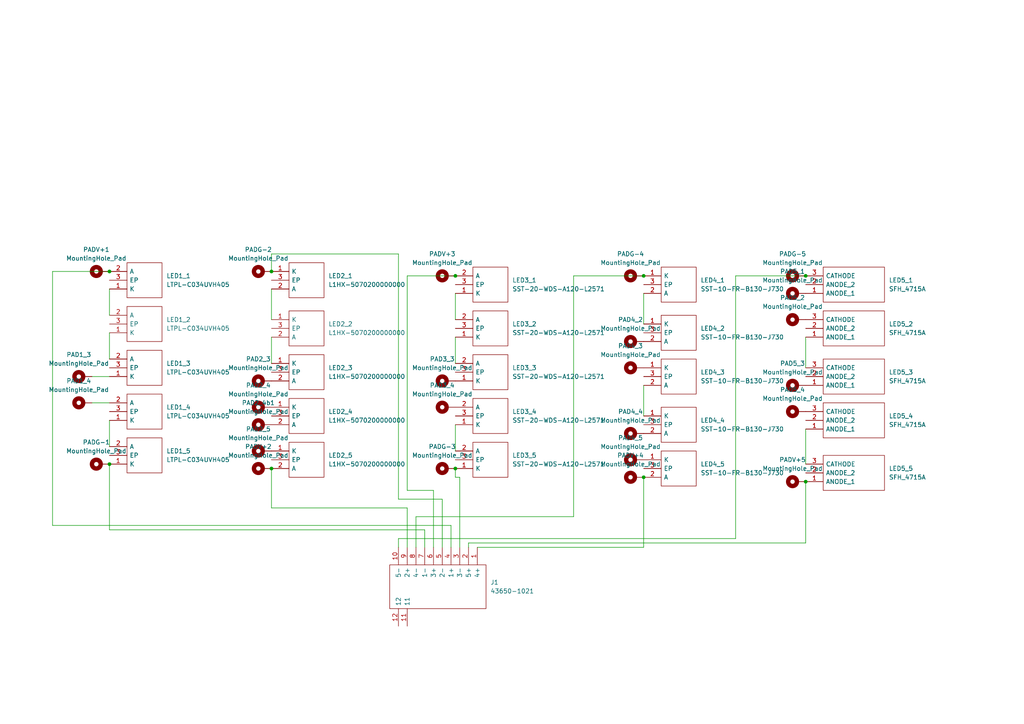
<source format=kicad_sch>
(kicad_sch (version 20230121) (generator eeschema)
  (paper "A4")
  (lib_symbols
    (symbol "43650-1021:43650-1021" (pin_names (offset 0.762))
      (property "Reference" "J1" (at 12.7 -26.67 90))
      (property "Value" "43650-1021" (at 10.16 -26.67 90))
      (symbol "43650-1021_0_0"
        (pin passive line (at 0 -2.54 0) (length 5.08) (name "11") (number "11"))
        (pin passive line (at 0 0 0) (length 5.08) (name "12") (number "12"))
      )
      (symbol "43650-1021_0_1"
        (polyline (pts (xy 5.08 2.54) (xy 17.78 2.54) (xy 17.78 -25.4) (xy 5.08 -25.4) (xy 5.08 2.54)) (stroke (width 0.1524)))
      )
      (symbol "43650-1021_1_0"
        (pin passive line (at 22.86 -22.86 180) (length 5.08) (name "4+") (number "1"))
        (pin passive line (at 22.86 0 180) (length 5.08) (name "5-") (number "10"))
        (pin passive line (at 22.86 -20.32 180) (length 5.08) (name "5+") (number "2"))
        (pin passive line (at 22.86 -17.78 180) (length 5.08) (name "3-") (number "3"))
        (pin passive line (at 22.86 -15.24 180) (length 5.08) (name "1+") (number "4"))
        (pin passive line (at 22.86 -12.7 180) (length 5.08) (name "2-") (number "5"))
        (pin passive line (at 22.86 -10.16 180) (length 5.08) (name "3+") (number "6"))
        (pin passive line (at 22.86 -7.62 180) (length 5.08) (name "1-") (number "7"))
        (pin passive line (at 22.86 -5.08 180) (length 5.08) (name "4-") (number "8"))
        (pin passive line (at 22.86 -2.54 180) (length 5.08) (name "2+") (number "9"))
      )
    )
    (symbol "LTPL-C034UVH405:LTPL-C034UVH405" (pin_names (offset 0.762))
      (property "Reference" "LED" (at 16.51 7.62 0))
      (property "Value" "LTPL-C034UVH405" (at 16.51 5.08 0))
      (symbol "LTPL-C034UVH405_0_0"
        (pin passive line (at 0 -5.08 0) (length 5.08) (name "K") (number "1"))
        (pin passive line (at 0 0 0) (length 5.08) (name "A") (number "2"))
        (pin passive line (at 0 -2.54 0) (length 5.08) (name "EP") (number "3"))
      )
      (symbol "LTPL-C034UVH405_0_1"
        (polyline (pts (xy 5.08 2.54) (xy 15.24 2.54) (xy 15.24 -7.62) (xy 5.08 -7.62) (xy 5.08 2.54)) (stroke (width 0.1524)))
      )
    )
    (symbol "Mechanical:MountingHole_Pad" (pin_numbers hide) (pin_names (offset 1.016) hide)
      (property "Reference" "H" (at 0 6.35 0))
      (property "Value" "MountingHole_Pad" (at 0 4.445 0))
      (symbol "MountingHole_Pad_0_1"
        (circle (center 0 1.27) (radius 1.27) (stroke (width 1.27)))
      )
      (symbol "MountingHole_Pad_1_1"
        (pin input line (at 0 -2.54 90) (length 2.54) (name "1") (number "1"))
      )
    )
    (symbol "SFH_4715A:SFH_4715A" (pin_names (offset 0.762))
      (property "Reference" "LED" (at 24.13 7.62 0))
      (property "Value" "SFH_4715A" (at 24.13 5.08 0))
      (symbol "SFH_4715A_0_0"
        (pin passive line (at 0 -5.08 0) (length 5.08) (name "ANODE_1") (number "1"))
        (pin passive line (at 0 -2.54 0) (length 5.08) (name "ANODE_2") (number "2"))
        (pin passive line (at 0 0 0) (length 5.08) (name "CATHODE") (number "3"))
      )
      (symbol "SFH_4715A_0_1"
        (polyline (pts (xy 5.08 2.54) (xy 22.86 2.54) (xy 22.86 -7.62) (xy 5.08 -7.62) (xy 5.08 2.54)) (stroke (width 0.1524)))
      )
    )
    (symbol "SST-10-FR-B130-J730:SST-10-FR-B130-J730" (pin_names (offset 0.762))
      (property "Reference" "LED" (at 16.51 7.62 0))
      (property "Value" "SST-10-FR-B130-J730" (at 16.51 5.08 0))
      (symbol "SST-10-FR-B130-J730_0_0"
        (pin passive line (at 0 0 0) (length 5.08) (name "K") (number "1"))
        (pin passive line (at 0 -5.08 0) (length 5.08) (name "A") (number "2"))
        (pin passive line (at 0 -2.54 0) (length 5.08) (name "EP") (number "3"))
      )
      (symbol "SST-10-FR-B130-J730_0_1"
        (polyline (pts (xy 5.08 2.54) (xy 15.24 2.54) (xy 15.24 -7.62) (xy 5.08 -7.62) (xy 5.08 2.54)) (stroke (width 0.1524)))
      )
    )
    (symbol "SST-20-WDS-A120-L2571:SST-20-WDS-A120-L2571" (pin_names (offset 0.762))
      (property "Reference" "LED" (at 16.51 7.62 0))
      (property "Value" "SST-20-WDS-A120-L2571" (at 16.51 5.08 0))
      (symbol "SST-20-WDS-A120-L2571_0_0"
        (pin passive line (at 0 -5.08 0) (length 5.08) (name "K") (number "1"))
        (pin passive line (at 0 0 0) (length 5.08) (name "A") (number "2"))
        (pin passive line (at 0 -2.54 0) (length 5.08) (name "EP") (number "3"))
      )
      (symbol "SST-20-WDS-A120-L2571_0_1"
        (polyline (pts (xy 5.08 2.54) (xy 15.24 2.54) (xy 15.24 -7.62) (xy 5.08 -7.62) (xy 5.08 2.54)) (stroke (width 0.1524)))
      )
    )
    (symbol "XPEGRN-L1-0000-00F02:L1HX-5070200000000" (pin_names (offset 0.762))
      (property "Reference" "LED" (at 16.51 7.62 0))
      (property "Value" "L1HX-5070200000000" (at 16.51 5.08 0))
      (symbol "L1HX-5070200000000_0_0"
        (pin passive line (at 0 0 0) (length 5.08) (name "K") (number "1"))
        (pin passive line (at 0 -5.08 0) (length 5.08) (name "A") (number "2"))
        (pin passive line (at 0 -2.54 0) (length 5.08) (name "EP") (number "3"))
      )
      (symbol "L1HX-5070200000000_0_1"
        (polyline (pts (xy 5.08 2.54) (xy 15.24 2.54) (xy 15.24 -7.62) (xy 5.08 -7.62) (xy 5.08 2.54)) (stroke (width 0.1524)))
      )
    )
  )
  (junction (at 31.75 134.62))
  (junction (at 31.75 78.74))
  (junction (at 186.69 138.43))
  (junction (at 186.69 80.01))
  (junction (at 78.74 78.74))
  (junction (at 78.74 135.89))
  (junction (at 233.68 80.01))
  (junction (at 132.08 135.89))
  (junction (at 233.68 139.7))
  (junction (at 132.08 80.01))
  (wire (pts (xy 31.75 78.74) (xy 15.24 78.74)))
  (wire (pts (xy 31.75 153.67) (xy 123.19 153.67)))
  (wire (pts (xy 31.75 96.52) (xy 31.75 104.14)))
  (wire (pts (xy 233.68 139.7) (xy 233.68 157.48)))
  (wire (pts (xy 115.57 144.78) (xy 128.27 144.78)))
  (wire (pts (xy 186.69 111.76) (xy 186.69 120.65)))
  (wire (pts (xy 123.19 153.67) (xy 123.19 158.75)))
  (wire (pts (xy 118.11 142.24) (xy 125.73 142.24)))
  (wire (pts (xy 125.73 142.24) (xy 125.73 158.75)))
  (wire (pts (xy 213.36 156.21) (xy 115.57 156.21)))
  (wire (pts (xy 132.08 123.19) (xy 132.08 130.81)))
  (wire (pts (xy 128.27 144.78) (xy 128.27 158.75)))
  (wire (pts (xy 118.11 80.01) (xy 118.11 142.24)))
  (wire (pts (xy 166.37 80.01) (xy 166.37 149.86)))
  (wire (pts (xy 132.08 135.89) (xy 132.08 138.43)))
  (wire (pts (xy 78.74 78.74) (xy 78.74 73.66)))
  (wire (pts (xy 233.68 97.79) (xy 233.68 106.68)))
  (wire (pts (xy 78.74 135.89) (xy 78.74 147.32)))
  (wire (pts (xy 132.08 97.79) (xy 132.08 105.41)))
  (wire (pts (xy 133.35 138.43) (xy 133.35 158.75)))
  (wire (pts (xy 233.68 124.46) (xy 233.68 134.62)))
  (wire (pts (xy 120.65 149.86) (xy 120.65 158.75)))
  (wire (pts (xy 78.74 73.66) (xy 115.57 73.66)))
  (wire (pts (xy 186.69 138.43) (xy 186.69 158.75)))
  (wire (pts (xy 213.36 80.01) (xy 213.36 156.21)))
  (wire (pts (xy 115.57 73.66) (xy 115.57 144.78)))
  (wire (pts (xy 78.74 97.79) (xy 78.74 105.41)))
  (wire (pts (xy 31.75 121.92) (xy 31.75 129.54)))
  (wire (pts (xy 26.67 109.22) (xy 31.75 109.22)))
  (wire (pts (xy 15.24 78.74) (xy 15.24 152.4)))
  (wire (pts (xy 78.74 147.32) (xy 118.11 147.32)))
  (wire (pts (xy 132.08 85.09) (xy 132.08 92.71)))
  (wire (pts (xy 130.81 152.4) (xy 130.81 158.75)))
  (wire (pts (xy 132.08 138.43) (xy 133.35 138.43)))
  (wire (pts (xy 115.57 156.21) (xy 115.57 158.75)))
  (wire (pts (xy 78.74 83.82) (xy 78.74 92.71)))
  (wire (pts (xy 118.11 147.32) (xy 118.11 158.75)))
  (wire (pts (xy 233.68 80.01) (xy 213.36 80.01)))
  (wire (pts (xy 233.68 157.48) (xy 135.89 157.48)))
  (wire (pts (xy 31.75 134.62) (xy 31.75 153.67)))
  (wire (pts (xy 186.69 85.09) (xy 186.69 93.98)))
  (wire (pts (xy 15.24 152.4) (xy 130.81 152.4)))
  (wire (pts (xy 31.75 83.82) (xy 31.75 91.44)))
  (wire (pts (xy 132.08 80.01) (xy 118.11 80.01)))
  (wire (pts (xy 186.69 80.01) (xy 166.37 80.01)))
  (wire (pts (xy 135.89 157.48) (xy 135.89 158.75)))
  (wire (pts (xy 186.69 158.75) (xy 138.43 158.75)))
  (wire (pts (xy 26.67 116.84) (xy 31.75 116.84)))
  (wire (pts (xy 166.37 149.86) (xy 120.65 149.86)))
  (symbol (lib_id "SST-20-WDS-A120-L2571:SST-20-WDS-A120-L2571") (at 132.08 118.11 0) (unit 1)
    (property "Reference" "LED3_4" (at 148.59 119.38 0) (effects (justify left)))
    (property "Value" "SST-20-WDS-A120-L2571" (at 148.59 121.92 0) (effects (justify left)))
    (property "Datasheet" "https://download.luminus.com/datasheets/Luminus_SST-20-WxS_Datasheet.pdf" (effects hide))
    (property "Description" "High Power LEDs - White Daylight White LED 5700K 65 CRI" (effects hide))
    (property "Height" "2.11" (effects hide))
    (property "Manufacturer_Name" "Luminus Devices Inc." (effects hide))
    (property "Manufacturer_Part_Number" "SST-20-WDS-A120-L2571" (effects hide))
    (property "Mouser Part Number" "896-20WDSA120L2571" (effects hide))
    (property "Mouser Price/Stock" "https://www.mouser.co.uk/ProductDetail/Luminus-Devices/SST-20-WDS-A120-L2571?qs=byeeYqUIh0ONPztS2sD8ag%3D%3D" (effects hide))
  )
  (symbol (lib_id "XPEGRN-L1-0000-00F02:L1HX-5070200000000") (at 78.74 105.41 0) (unit 1)
    (property "Reference" "LED2_3" (at 95.25 106.68 0) (effects (justify left)))
    (property "Value" "L1HX-5070200000000" (at 95.25 109.22 0) (effects (justify left)))
    (property "Datasheet" "https://www.mouser.com/datasheet/2/602/DS288_luxeon_hl2x_datasheet-1915899.pdf" (effects hide))
    (property "Description" "High Power LEDs - White White, 5000K, 70CRI LUXEON HL2X" (effects hide))
    (property "Height" "2.385" (effects hide))
    (property "Manufacturer_Name" "Lumileds" (effects hide))
    (property "Manufacturer_Part_Number" "L1HX-5070200000000" (effects hide))
    (property "Mouser Part Number" "997-L1HX507020" (effects hide))
    (property "Mouser Price/Stock" "https://www.mouser.co.uk/ProductDetail/Lumileds/L1HX-5070200000000?qs=GedFDFLaBXFEeKINQ8IUQQ%3D%3D" (effects hide))
  )
  (symbol (lib_id "Mechanical:MountingHole_Pad") (at 29.21 78.74 90) (unit 1)
    (property "Reference" "PADV+1" (at 27.94 72.39 90))
    (property "Value" "MountingHole_Pad" (at 27.94 74.93 90))
    (property "Footprint" "436501009 Molex10:SolderWirePad_1x01_SMD_2_5x4_5mm" (effects hide))
  )
  (symbol (lib_id "SST-20-WDS-A120-L2571:SST-20-WDS-A120-L2571") (at 132.08 130.81 0) (unit 1)
    (property "Reference" "LED3_5" (at 148.59 132.08 0) (effects (justify left)))
    (property "Value" "SST-20-WDS-A120-L2571" (at 148.59 134.62 0) (effects (justify left)))
    (property "Datasheet" "https://download.luminus.com/datasheets/Luminus_SST-20-WxS_Datasheet.pdf" (effects hide))
    (property "Description" "High Power LEDs - White Daylight White LED 5700K 65 CRI" (effects hide))
    (property "Height" "2.11" (effects hide))
    (property "Manufacturer_Name" "Luminus Devices Inc." (effects hide))
    (property "Manufacturer_Part_Number" "SST-20-WDS-A120-L2571" (effects hide))
    (property "Mouser Part Number" "896-20WDSA120L2571" (effects hide))
    (property "Mouser Price/Stock" "https://www.mouser.co.uk/ProductDetail/Luminus-Devices/SST-20-WDS-A120-L2571?qs=byeeYqUIh0ONPztS2sD8ag%3D%3D" (effects hide))
  )
  (symbol (lib_id "SFH_4715A:SFH_4715A") (at 233.68 92.71 0) (unit 1)
    (property "Reference" "LED5_2" (at 257.81 93.98 0) (effects (justify left)))
    (property "Value" "SFH_4715A" (at 257.81 96.52 0) (effects (justify left)))
    (property "Datasheet" "https://datasheet.datasheetarchive.com/originals/distributors/DKDS41/DSANUWW0036946.pdf" (effects hide))
    (property "Description" "Osram Opto SFH 4715A OSLON Black IR LED, 860nm, SMD package" (effects hide))
    (property "Manufacturer_Name" "OSRAM" (effects hide))
    (property "Manufacturer_Part_Number" "SFH 4715A" (effects hide))
    (property "Mouser Part Number" "720-SFH4715A" (effects hide))
    (property "Mouser Price/Stock" "https://www.mouser.co.uk/ProductDetail/OSRAM-Opto-Semiconductors/SFH-4715A?qs=l%252B8wwRgLLS51XljZ5Pzqhw%3D%3D" (effects hide))
    (property "Arrow Part Number" "SFH 4715A" (effects hide))
    (property "Arrow Price/Stock" "https://www.arrow.com/en/products/sfh4715a/osram-opto-semiconductors?region=nac" (effects hide))
  )
  (symbol (lib_id "Mechanical:MountingHole_Pad") (at 76.2 135.89 90) (unit 1)
    (property "Reference" "PADV+2" (at 74.93 129.54 90))
    (property "Value" "MountingHole_Pad" (at 74.93 132.08 90))
    (property "Footprint" "436501009 Molex10:SolderWirePad_1x01_SMD_2_5x4_5mm" (effects hide))
  )
  (symbol (lib_id "Mechanical:MountingHole_Pad") (at 184.15 99.06 90) (unit 1)
    (property "Reference" "PAD4_2" (at 182.88 92.71 90))
    (property "Value" "MountingHole_Pad" (at 182.88 95.25 90))
    (property "Footprint" "436501009 Molex10:SolderWirePad_1x01_SMD_2_5x4_5mm" (effects hide))
  )
  (symbol (lib_id "Mechanical:MountingHole_Pad") (at 129.54 80.01 90) (unit 1)
    (property "Reference" "PADV+3" (at 128.27 73.66 90))
    (property "Value" "MountingHole_Pad" (at 128.27 76.2 90))
    (property "Footprint" "436501009 Molex10:SolderWirePad_1x01_SMD_2_5x4_5mm" (effects hide))
  )
  (symbol (lib_id "XPEGRN-L1-0000-00F02:L1HX-5070200000000") (at 78.74 118.11 0) (unit 1)
    (property "Reference" "LED2_4" (at 95.25 119.38 0) (effects (justify left)))
    (property "Value" "L1HX-5070200000000" (at 95.25 121.92 0) (effects (justify left)))
    (property "Datasheet" "https://www.mouser.com/datasheet/2/602/DS288_luxeon_hl2x_datasheet-1915899.pdf" (effects hide))
    (property "Description" "High Power LEDs - White White, 5000K, 70CRI LUXEON HL2X" (effects hide))
    (property "Height" "2.385" (effects hide))
    (property "Manufacturer_Name" "Lumileds" (effects hide))
    (property "Manufacturer_Part_Number" "L1HX-5070200000000" (effects hide))
    (property "Mouser Part Number" "997-L1HX507020" (effects hide))
    (property "Mouser Price/Stock" "https://www.mouser.co.uk/ProductDetail/Lumileds/L1HX-5070200000000?qs=GedFDFLaBXFEeKINQ8IUQQ%3D%3D" (effects hide))
  )
  (symbol (lib_id "Mechanical:MountingHole_Pad") (at 231.14 80.01 90) (unit 1)
    (property "Reference" "PADG-5" (at 229.87 73.66 90))
    (property "Value" "MountingHole_Pad" (at 229.87 76.2 90))
    (property "Footprint" "436501009 Molex10:SolderWirePad_1x01_SMD_2_5x4_5mm" (effects hide))
  )
  (symbol (lib_id "Mechanical:MountingHole_Pad") (at 129.54 118.11 90) (unit 1)
    (property "Reference" "PAD3_4" (at 128.27 111.76 90))
    (property "Value" "MountingHole_Pad" (at 128.27 114.3 90))
    (property "Footprint" "436501009 Molex10:SolderWirePad_1x01_SMD_2_5x4_5mm" (effects hide))
  )
  (symbol (lib_id "SST-10-FR-B130-J730:SST-10-FR-B130-J730") (at 186.69 93.98 0) (unit 1)
    (property "Reference" "LED4_2" (at 203.2 95.25 0) (effects (justify left)))
    (property "Value" "SST-10-FR-B130-J730" (at 203.2 97.79 0) (effects (justify left)))
    (property "Datasheet" "https://download.luminus.com/datasheets/Luminus_SST-10-FR_Datasheet.pdf" (effects hide))
    (property "Description" "High Power LEDs - Single Color 730nm FAR RED 1mm 130 degree lens" (effects hide))
    (property "Height" "2.03" (effects hide))
    (property "Manufacturer_Name" "Luminus Devices Inc." (effects hide))
    (property "Manufacturer_Part_Number" "SST-10-FR-B130-J730" (effects hide))
  )
  (symbol (lib_id "Mechanical:MountingHole_Pad") (at 76.2 110.49 90) (unit 1)
    (property "Reference" "PAD2_3" (at 74.93 104.14 90))
    (property "Value" "MountingHole_Pad" (at 74.93 106.68 90))
    (property "Footprint" "436501009 Molex10:SolderWirePad_1x01_SMD_2_5x4_5mm" (effects hide))
  )
  (symbol (lib_id "Mechanical:MountingHole_Pad") (at 184.15 106.68 90) (unit 1)
    (property "Reference" "PAD4_3" (at 182.88 100.33 90))
    (property "Value" "MountingHole_Pad" (at 182.88 102.87 90))
    (property "Footprint" "436501009 Molex10:SolderWirePad_1x01_SMD_2_5x4_5mm" (effects hide))
  )
  (symbol (lib_id "Mechanical:MountingHole_Pad") (at 184.15 80.01 90) (unit 1)
    (property "Reference" "PADG-4" (at 182.88 73.66 90))
    (property "Value" "MountingHole_Pad" (at 182.88 76.2 90))
    (property "Footprint" "436501009 Molex10:SolderWirePad_1x01_SMD_2_5x4_5mm" (effects hide))
  )
  (symbol (lib_id "LTPL-C034UVH405:LTPL-C034UVH405") (at 31.75 78.74 0) (unit 1)
    (property "Reference" "LED1_1" (at 48.26 80.01 0) (effects (justify left)))
    (property "Value" "LTPL-C034UVH405" (at 48.26 82.55 0) (effects (justify left)))
    (property "Datasheet" "https://optoelectronics.liteon.com/upload/download/DS23-2015-0073/LTPL-C034UVH405%20DataSheet.PDF" (effects hide))
    (property "Description" "Ultraviolet (UV) Emitter 405nm 3.7V 700mA 130 2-SMD, No Lead Exposed Pad" (effects hide))
    (property "Height" "2.33" (effects hide))
    (property "Manufacturer_Name" "Lite-On" (effects hide))
    (property "Manufacturer_Part_Number" "LTPL-C034UVH405" (effects hide))
    (property "Mouser Part Number" "859-LTPL-C034UVH405" (effects hide))
    (property "Mouser Price/Stock" "https://www.mouser.co.uk/ProductDetail/Lite-On/LTPL-C034UVH405?qs=rrS6PyfT74dhK6mT7j3K8A%3D%3D" (effects hide))
    (property "Arrow Part Number" "LTPL-C034UVH405" (effects hide))
    (property "Arrow Price/Stock" "https://www.arrow.com/en/products/ltpl-c034uvh405/lite-on-technology?region=nac" (effects hide))
  )
  (symbol (lib_id "Mechanical:MountingHole_Pad") (at 76.2 123.19 90) (unit 1)
    (property "Reference" "PAD2_4b1" (at 74.93 116.84 90))
    (property "Value" "MountingHole_Pad" (at 74.93 119.38 90))
    (property "Footprint" "436501009 Molex10:SolderWirePad_1x01_SMD_2_5x4_5mm" (effects hide))
  )
  (symbol (lib_id "Mechanical:MountingHole_Pad") (at 129.54 135.89 90) (unit 1)
    (property "Reference" "PADG-3" (at 128.27 129.54 90))
    (property "Value" "MountingHole_Pad" (at 128.27 132.08 90))
    (property "Footprint" "436501009 Molex10:SolderWirePad_1x01_SMD_2_5x4_5mm" (effects hide))
  )
  (symbol (lib_id "Mechanical:MountingHole_Pad") (at 24.13 109.22 90) (unit 1)
    (property "Reference" "PAD1_3" (at 22.86 102.87 90))
    (property "Value" "MountingHole_Pad" (at 22.86 105.41 90))
    (property "Footprint" "436501009 Molex10:SolderWirePad_1x01_SMD_2_5x4_5mm" (effects hide))
  )
  (symbol (lib_id "SFH_4715A:SFH_4715A") (at 233.68 106.68 0) (unit 1)
    (property "Reference" "LED5_3" (at 257.81 107.95 0) (effects (justify left)))
    (property "Value" "SFH_4715A" (at 257.81 110.49 0) (effects (justify left)))
    (property "Datasheet" "https://datasheet.datasheetarchive.com/originals/distributors/DKDS41/DSANUWW0036946.pdf" (effects hide))
    (property "Description" "Osram Opto SFH 4715A OSLON Black IR LED, 860nm, SMD package" (effects hide))
    (property "Manufacturer_Name" "OSRAM" (effects hide))
    (property "Manufacturer_Part_Number" "SFH 4715A" (effects hide))
    (property "Mouser Part Number" "720-SFH4715A" (effects hide))
    (property "Mouser Price/Stock" "https://www.mouser.co.uk/ProductDetail/OSRAM-Opto-Semiconductors/SFH-4715A?qs=l%252B8wwRgLLS51XljZ5Pzqhw%3D%3D" (effects hide))
    (property "Arrow Part Number" "SFH 4715A" (effects hide))
    (property "Arrow Price/Stock" "https://www.arrow.com/en/products/sfh4715a/osram-opto-semiconductors?region=nac" (effects hide))
  )
  (symbol (lib_id "Mechanical:MountingHole_Pad") (at 184.15 125.73 90) (unit 1)
    (property "Reference" "PAD4_4" (at 182.88 119.38 90))
    (property "Value" "MountingHole_Pad" (at 182.88 121.92 90))
    (property "Footprint" "436501009 Molex10:SolderWirePad_1x01_SMD_2_5x4_5mm" (effects hide))
  )
  (symbol (lib_id "LTPL-C034UVH405:LTPL-C034UVH405") (at 31.75 129.54 0) (unit 1)
    (property "Reference" "LED1_5" (at 48.26 130.81 0) (effects (justify left)))
    (property "Value" "LTPL-C034UVH405" (at 48.26 133.35 0) (effects (justify left)))
    (property "Datasheet" "https://optoelectronics.liteon.com/upload/download/DS23-2015-0073/LTPL-C034UVH405%20DataSheet.PDF" (effects hide))
    (property "Description" "Ultraviolet (UV) Emitter 405nm 3.7V 700mA 130 2-SMD, No Lead Exposed Pad" (effects hide))
    (property "Height" "2.33" (effects hide))
    (property "Manufacturer_Name" "Lite-On" (effects hide))
    (property "Manufacturer_Part_Number" "LTPL-C034UVH405" (effects hide))
    (property "Mouser Part Number" "859-LTPL-C034UVH405" (effects hide))
    (property "Mouser Price/Stock" "https://www.mouser.co.uk/ProductDetail/Lite-On/LTPL-C034UVH405?qs=rrS6PyfT74dhK6mT7j3K8A%3D%3D" (effects hide))
    (property "Arrow Part Number" "LTPL-C034UVH405" (effects hide))
    (property "Arrow Price/Stock" "https://www.arrow.com/en/products/ltpl-c034uvh405/lite-on-technology?region=nac" (effects hide))
  )
  (symbol (lib_id "Mechanical:MountingHole_Pad") (at 29.21 134.62 90) (unit 1)
    (property "Reference" "PADG-1" (at 27.94 128.27 90))
    (property "Value" "MountingHole_Pad" (at 27.94 130.81 90))
    (property "Footprint" "436501009 Molex10:SolderWirePad_1x01_SMD_2_5x4_5mm" (effects hide))
  )
  (symbol (lib_id "43650-1021:43650-1021") (at 115.57 181.61 90) (unit 1)
    (property "Reference" "J1" (at 142.24 168.91 90) (effects (justify right)))
    (property "Value" "43650-1021" (at 142.24 171.45 90) (effects (justify right)))
    (property "Datasheet" "https://www.molex.com/pdm_docs/sd/436500221_sd.pdf" (effects hide))
    (property "Description" "Micro-Fit 3.0 Vertical Header, 3.00mm Pitch, Single Row, 10 Circuits, with PCB Press-fit Metal Retention Clip" (effects hide))
    (property "Height" "9.9" (effects hide))
    (property "Manufacturer_Name" "Molex" (effects hide))
    (property "Manufacturer_Part_Number" "43650-1021" (effects hide))
    (property "Mouser Part Number" "538-43650-1021" (effects hide))
    (property "Mouser Price/Stock" "https://www.mouser.co.uk/ProductDetail/Molex/43650-1021?qs=H%2FGT2mb2V7axR10lHWY%252B%2FQ%3D%3D" (effects hide))
  )
  (symbol (lib_id "SST-10-FR-B130-J730:SST-10-FR-B130-J730") (at 186.69 106.68 0) (unit 1)
    (property "Reference" "LED4_3" (at 203.2 107.95 0) (effects (justify left)))
    (property "Value" "SST-10-FR-B130-J730" (at 203.2 110.49 0) (effects (justify left)))
    (property "Datasheet" "https://download.luminus.com/datasheets/Luminus_SST-10-FR_Datasheet.pdf" (effects hide))
    (property "Description" "High Power LEDs - Single Color 730nm FAR RED 1mm 130 degree lens" (effects hide))
    (property "Height" "2.03" (effects hide))
    (property "Manufacturer_Name" "Luminus Devices Inc." (effects hide))
    (property "Manufacturer_Part_Number" "SST-10-FR-B130-J730" (effects hide))
  )
  (symbol (lib_id "Mechanical:MountingHole_Pad") (at 129.54 110.49 90) (unit 1)
    (property "Reference" "PAD3_3" (at 128.27 104.14 90))
    (property "Value" "MountingHole_Pad" (at 128.27 106.68 90))
    (property "Footprint" "436501009 Molex10:SolderWirePad_1x01_SMD_2_5x4_5mm" (effects hide))
  )
  (symbol (lib_id "XPEGRN-L1-0000-00F02:L1HX-5070200000000") (at 78.74 130.81 0) (unit 1)
    (property "Reference" "LED2_5" (at 95.25 132.08 0) (effects (justify left)))
    (property "Value" "L1HX-5070200000000" (at 95.25 134.62 0) (effects (justify left)))
    (property "Datasheet" "https://www.mouser.com/datasheet/2/602/DS288_luxeon_hl2x_datasheet-1915899.pdf" (effects hide))
    (property "Description" "High Power LEDs - White White, 5000K, 70CRI LUXEON HL2X" (effects hide))
    (property "Height" "2.385" (effects hide))
    (property "Manufacturer_Name" "Lumileds" (effects hide))
    (property "Manufacturer_Part_Number" "L1HX-5070200000000" (effects hide))
    (property "Mouser Part Number" "997-L1HX507020" (effects hide))
    (property "Mouser Price/Stock" "https://www.mouser.co.uk/ProductDetail/Lumileds/L1HX-5070200000000?qs=GedFDFLaBXFEeKINQ8IUQQ%3D%3D" (effects hide))
  )
  (symbol (lib_id "Mechanical:MountingHole_Pad") (at 231.14 92.71 90) (unit 1)
    (property "Reference" "PAD5_2" (at 229.87 86.36 90))
    (property "Value" "MountingHole_Pad" (at 229.87 88.9 90))
    (property "Footprint" "436501009 Molex10:SolderWirePad_1x01_SMD_2_5x4_5mm" (effects hide))
  )
  (symbol (lib_id "Mechanical:MountingHole_Pad") (at 231.14 119.38 90) (unit 1)
    (property "Reference" "PAD5_4" (at 229.87 113.03 90))
    (property "Value" "MountingHole_Pad" (at 229.87 115.57 90))
    (property "Footprint" "436501009 Molex10:SolderWirePad_1x01_SMD_2_5x4_5mm" (effects hide))
  )
  (symbol (lib_id "Mechanical:MountingHole_Pad") (at 184.15 138.43 90) (unit 1)
    (property "Reference" "PADV+4" (at 182.88 132.08 90))
    (property "Value" "MountingHole_Pad" (at 182.88 134.62 90))
    (property "Footprint" "436501009 Molex10:SolderWirePad_1x01_SMD_2_5x4_5mm" (effects hide))
  )
  (symbol (lib_id "SFH_4715A:SFH_4715A") (at 233.68 119.38 0) (unit 1)
    (property "Reference" "LED5_4" (at 257.81 120.65 0) (effects (justify left)))
    (property "Value" "SFH_4715A" (at 257.81 123.19 0) (effects (justify left)))
    (property "Datasheet" "https://datasheet.datasheetarchive.com/originals/distributors/DKDS41/DSANUWW0036946.pdf" (effects hide))
    (property "Description" "Osram Opto SFH 4715A OSLON Black IR LED, 860nm, SMD package" (effects hide))
    (property "Manufacturer_Name" "OSRAM" (effects hide))
    (property "Manufacturer_Part_Number" "SFH 4715A" (effects hide))
    (property "Mouser Part Number" "720-SFH4715A" (effects hide))
    (property "Mouser Price/Stock" "https://www.mouser.co.uk/ProductDetail/OSRAM-Opto-Semiconductors/SFH-4715A?qs=l%252B8wwRgLLS51XljZ5Pzqhw%3D%3D" (effects hide))
    (property "Arrow Part Number" "SFH 4715A" (effects hide))
    (property "Arrow Price/Stock" "https://www.arrow.com/en/products/sfh4715a/osram-opto-semiconductors?region=nac" (effects hide))
  )
  (symbol (lib_id "SFH_4715A:SFH_4715A") (at 233.68 134.62 0) (unit 1)
    (property "Reference" "LED5_5" (at 257.81 135.89 0) (effects (justify left)))
    (property "Value" "SFH_4715A" (at 257.81 138.43 0) (effects (justify left)))
    (property "Datasheet" "https://datasheet.datasheetarchive.com/originals/distributors/DKDS41/DSANUWW0036946.pdf" (effects hide))
    (property "Description" "Osram Opto SFH 4715A OSLON Black IR LED, 860nm, SMD package" (effects hide))
    (property "Manufacturer_Name" "OSRAM" (effects hide))
    (property "Manufacturer_Part_Number" "SFH 4715A" (effects hide))
    (property "Mouser Part Number" "720-SFH4715A" (effects hide))
    (property "Mouser Price/Stock" "https://www.mouser.co.uk/ProductDetail/OSRAM-Opto-Semiconductors/SFH-4715A?qs=l%252B8wwRgLLS51XljZ5Pzqhw%3D%3D" (effects hide))
    (property "Arrow Part Number" "SFH 4715A" (effects hide))
    (property "Arrow Price/Stock" "https://www.arrow.com/en/products/sfh4715a/osram-opto-semiconductors?region=nac" (effects hide))
  )
  (symbol (lib_id "SST-10-FR-B130-J730:SST-10-FR-B130-J730") (at 186.69 120.65 0) (unit 1)
    (property "Reference" "LED4_4" (at 203.2 121.92 0) (effects (justify left)))
    (property "Value" "SST-10-FR-B130-J730" (at 203.2 124.46 0) (effects (justify left)))
    (property "Datasheet" "https://download.luminus.com/datasheets/Luminus_SST-10-FR_Datasheet.pdf" (effects hide))
    (property "Description" "High Power LEDs - Single Color 730nm FAR RED 1mm 130 degree lens" (effects hide))
    (property "Height" "2.03" (effects hide))
    (property "Manufacturer_Name" "Luminus Devices Inc." (effects hide))
    (property "Manufacturer_Part_Number" "SST-10-FR-B130-J730" (effects hide))
  )
  (symbol (lib_id "LTPL-C034UVH405:LTPL-C034UVH405") (at 31.75 91.44 0) (unit 1)
    (property "Reference" "LED1_2" (at 48.26 92.71 0) (effects (justify left)))
    (property "Value" "LTPL-C034UVH405" (at 48.26 95.25 0) (effects (justify left)))
    (property "Datasheet" "https://optoelectronics.liteon.com/upload/download/DS23-2015-0073/LTPL-C034UVH405%20DataSheet.PDF" (effects hide))
    (property "Description" "Ultraviolet (UV) Emitter 405nm 3.7V 700mA 130 2-SMD, No Lead Exposed Pad" (effects hide))
    (property "Height" "2.33" (effects hide))
    (property "Manufacturer_Name" "Lite-On" (effects hide))
    (property "Manufacturer_Part_Number" "LTPL-C034UVH405" (effects hide))
    (property "Mouser Part Number" "859-LTPL-C034UVH405" (effects hide))
    (property "Mouser Price/Stock" "https://www.mouser.co.uk/ProductDetail/Lite-On/LTPL-C034UVH405?qs=rrS6PyfT74dhK6mT7j3K8A%3D%3D" (effects hide))
    (property "Arrow Part Number" "LTPL-C034UVH405" (effects hide))
    (property "Arrow Price/Stock" "https://www.arrow.com/en/products/ltpl-c034uvh405/lite-on-technology?region=nac" (effects hide))
  )
  (symbol (lib_id "SST-20-WDS-A120-L2571:SST-20-WDS-A120-L2571") (at 132.08 92.71 0) (unit 1)
    (property "Reference" "LED3_2" (at 148.59 93.98 0) (effects (justify left)))
    (property "Value" "SST-20-WDS-A120-L2571" (at 148.59 96.52 0) (effects (justify left)))
    (property "Datasheet" "https://download.luminus.com/datasheets/Luminus_SST-20-WxS_Datasheet.pdf" (effects hide))
    (property "Description" "High Power LEDs - White Daylight White LED 5700K 65 CRI" (effects hide))
    (property "Height" "2.11" (effects hide))
    (property "Manufacturer_Name" "Luminus Devices Inc." (effects hide))
    (property "Manufacturer_Part_Number" "SST-20-WDS-A120-L2571" (effects hide))
    (property "Mouser Part Number" "896-20WDSA120L2571" (effects hide))
    (property "Mouser Price/Stock" "https://www.mouser.co.uk/ProductDetail/Luminus-Devices/SST-20-WDS-A120-L2571?qs=byeeYqUIh0ONPztS2sD8ag%3D%3D" (effects hide))
  )
  (symbol (lib_id "LTPL-C034UVH405:LTPL-C034UVH405") (at 31.75 104.14 0) (unit 1)
    (property "Reference" "LED1_3" (at 48.26 105.41 0) (effects (justify left)))
    (property "Value" "LTPL-C034UVH405" (at 48.26 107.95 0) (effects (justify left)))
    (property "Datasheet" "https://optoelectronics.liteon.com/upload/download/DS23-2015-0073/LTPL-C034UVH405%20DataSheet.PDF" (effects hide))
    (property "Description" "Ultraviolet (UV) Emitter 405nm 3.7V 700mA 130 2-SMD, No Lead Exposed Pad" (effects hide))
    (property "Height" "2.33" (effects hide))
    (property "Manufacturer_Name" "Lite-On" (effects hide))
    (property "Manufacturer_Part_Number" "LTPL-C034UVH405" (effects hide))
    (property "Mouser Part Number" "859-LTPL-C034UVH405" (effects hide))
    (property "Mouser Price/Stock" "https://www.mouser.co.uk/ProductDetail/Lite-On/LTPL-C034UVH405?qs=rrS6PyfT74dhK6mT7j3K8A%3D%3D" (effects hide))
    (property "Arrow Part Number" "LTPL-C034UVH405" (effects hide))
    (property "Arrow Price/Stock" "https://www.arrow.com/en/products/ltpl-c034uvh405/lite-on-technology?region=nac" (effects hide))
  )
  (symbol (lib_id "Mechanical:MountingHole_Pad") (at 76.2 78.74 90) (unit 1)
    (property "Reference" "PADG-2" (at 74.93 72.39 90))
    (property "Value" "MountingHole_Pad" (at 74.93 74.93 90))
    (property "Footprint" "436501009 Molex10:SolderWirePad_1x01_SMD_2_5x4_5mm" (effects hide))
  )
  (symbol (lib_id "Mechanical:MountingHole_Pad") (at 231.14 139.7 90) (unit 1)
    (property "Reference" "PADV+5" (at 229.87 133.35 90))
    (property "Value" "MountingHole_Pad" (at 229.87 135.89 90))
    (property "Footprint" "436501009 Molex10:SolderWirePad_1x01_SMD_2_5x4_5mm" (effects hide))
  )
  (symbol (lib_id "XPEGRN-L1-0000-00F02:L1HX-5070200000000") (at 78.74 92.71 0) (unit 1)
    (property "Reference" "LED2_2" (at 95.25 93.98 0) (effects (justify left)))
    (property "Value" "L1HX-5070200000000" (at 95.25 96.52 0) (effects (justify left)))
    (property "Datasheet" "https://www.mouser.com/datasheet/2/602/DS288_luxeon_hl2x_datasheet-1915899.pdf" (effects hide))
    (property "Description" "High Power LEDs - White White, 5000K, 70CRI LUXEON HL2X" (effects hide))
    (property "Height" "2.385" (effects hide))
    (property "Manufacturer_Name" "Lumileds" (effects hide))
    (property "Manufacturer_Part_Number" "L1HX-5070200000000" (effects hide))
    (property "Mouser Part Number" "997-L1HX507020" (effects hide))
    (property "Mouser Price/Stock" "https://www.mouser.co.uk/ProductDetail/Lumileds/L1HX-5070200000000?qs=GedFDFLaBXFEeKINQ8IUQQ%3D%3D" (effects hide))
  )
  (symbol (lib_id "SST-10-FR-B130-J730:SST-10-FR-B130-J730") (at 186.69 133.35 0) (unit 1)
    (property "Reference" "LED4_5" (at 203.2 134.62 0) (effects (justify left)))
    (property "Value" "SST-10-FR-B130-J730" (at 203.2 137.16 0) (effects (justify left)))
    (property "Datasheet" "https://download.luminus.com/datasheets/Luminus_SST-10-FR_Datasheet.pdf" (effects hide))
    (property "Description" "High Power LEDs - Single Color 730nm FAR RED 1mm 130 degree lens" (effects hide))
    (property "Height" "2.03" (effects hide))
    (property "Manufacturer_Name" "Luminus Devices Inc." (effects hide))
    (property "Manufacturer_Part_Number" "SST-10-FR-B130-J730" (effects hide))
  )
  (symbol (lib_id "Mechanical:MountingHole_Pad") (at 231.14 85.09 90) (unit 1)
    (property "Reference" "PAD5_1" (at 229.87 78.74 90))
    (property "Value" "MountingHole_Pad" (at 229.87 81.28 90))
    (property "Footprint" "436501009 Molex10:SolderWirePad_1x01_SMD_2_5x4_5mm" (effects hide))
  )
  (symbol (lib_id "Mechanical:MountingHole_Pad") (at 184.15 133.35 90) (unit 1)
    (property "Reference" "PAD4_5" (at 182.88 127 90))
    (property "Value" "MountingHole_Pad" (at 182.88 129.54 90))
    (property "Footprint" "436501009 Molex10:SolderWirePad_1x01_SMD_2_5x4_5mm" (effects hide))
  )
  (symbol (lib_id "SST-20-WDS-A120-L2571:SST-20-WDS-A120-L2571") (at 132.08 80.01 0) (unit 1)
    (property "Reference" "LED3_1" (at 148.59 81.28 0) (effects (justify left)))
    (property "Value" "SST-20-WDS-A120-L2571" (at 148.59 83.82 0) (effects (justify left)))
    (property "Datasheet" "https://download.luminus.com/datasheets/Luminus_SST-20-WxS_Datasheet.pdf" (effects hide))
    (property "Description" "High Power LEDs - White Daylight White LED 5700K 65 CRI" (effects hide))
    (property "Height" "2.11" (effects hide))
    (property "Manufacturer_Name" "Luminus Devices Inc." (effects hide))
    (property "Manufacturer_Part_Number" "SST-20-WDS-A120-L2571" (effects hide))
    (property "Mouser Part Number" "896-20WDSA120L2571" (effects hide))
    (property "Mouser Price/Stock" "https://www.mouser.co.uk/ProductDetail/Luminus-Devices/SST-20-WDS-A120-L2571?qs=byeeYqUIh0ONPztS2sD8ag%3D%3D" (effects hide))
  )
  (symbol (lib_id "Mechanical:MountingHole_Pad") (at 24.13 116.84 90) (unit 1)
    (property "Reference" "PAD1_4" (at 22.86 110.49 90))
    (property "Value" "MountingHole_Pad" (at 22.86 113.03 90))
    (property "Footprint" "436501009 Molex10:SolderWirePad_1x01_SMD_2_5x4_5mm" (effects hide))
  )
  (symbol (lib_id "Mechanical:MountingHole_Pad") (at 76.2 118.11 90) (unit 1)
    (property "Reference" "PAD2_4" (at 74.93 111.76 90))
    (property "Value" "MountingHole_Pad" (at 74.93 114.3 90))
    (property "Footprint" "436501009 Molex10:SolderWirePad_1x01_SMD_2_5x4_5mm" (effects hide))
  )
  (symbol (lib_id "SST-10-FR-B130-J730:SST-10-FR-B130-J730") (at 186.69 80.01 0) (unit 1)
    (property "Reference" "LED4_1" (at 203.2 81.28 0) (effects (justify left)))
    (property "Value" "SST-10-FR-B130-J730" (at 203.2 83.82 0) (effects (justify left)))
    (property "Datasheet" "https://download.luminus.com/datasheets/Luminus_SST-10-FR_Datasheet.pdf" (effects hide))
    (property "Description" "High Power LEDs - Single Color 730nm FAR RED 1mm 130 degree lens" (effects hide))
    (property "Height" "2.03" (effects hide))
    (property "Manufacturer_Name" "Luminus Devices Inc." (effects hide))
    (property "Manufacturer_Part_Number" "SST-10-FR-B130-J730" (effects hide))
  )
  (symbol (lib_id "Mechanical:MountingHole_Pad") (at 76.2 130.81 90) (unit 1)
    (property "Reference" "PAD2_5" (at 74.93 124.46 90))
    (property "Value" "MountingHole_Pad" (at 74.93 127 90))
    (property "Footprint" "436501009 Molex10:SolderWirePad_1x01_SMD_2_5x4_5mm" (effects hide))
  )
  (symbol (lib_id "XPEGRN-L1-0000-00F02:L1HX-5070200000000") (at 78.74 78.74 0) (unit 1)
    (property "Reference" "LED2_1" (at 95.25 80.01 0) (effects (justify left)))
    (property "Value" "L1HX-5070200000000" (at 95.25 82.55 0) (effects (justify left)))
    (property "Datasheet" "https://www.mouser.com/datasheet/2/602/DS288_luxeon_hl2x_datasheet-1915899.pdf" (effects hide))
    (property "Description" "High Power LEDs - White White, 5000K, 70CRI LUXEON HL2X" (effects hide))
    (property "Height" "2.385" (effects hide))
    (property "Manufacturer_Name" "Lumileds" (effects hide))
    (property "Manufacturer_Part_Number" "L1HX-5070200000000" (effects hide))
    (property "Mouser Part Number" "997-L1HX507020" (effects hide))
    (property "Mouser Price/Stock" "https://www.mouser.co.uk/ProductDetail/Lumileds/L1HX-5070200000000?qs=GedFDFLaBXFEeKINQ8IUQQ%3D%3D" (effects hide))
  )
  (symbol (lib_id "SST-20-WDS-A120-L2571:SST-20-WDS-A120-L2571") (at 132.08 105.41 0) (unit 1)
    (property "Reference" "LED3_3" (at 148.59 106.68 0) (effects (justify left)))
    (property "Value" "SST-20-WDS-A120-L2571" (at 148.59 109.22 0) (effects (justify left)))
    (property "Datasheet" "https://download.luminus.com/datasheets/Luminus_SST-20-WxS_Datasheet.pdf" (effects hide))
    (property "Description" "High Power LEDs - White Daylight White LED 5700K 65 CRI" (effects hide))
    (property "Height" "2.11" (effects hide))
    (property "Manufacturer_Name" "Luminus Devices Inc." (effects hide))
    (property "Manufacturer_Part_Number" "SST-20-WDS-A120-L2571" (effects hide))
    (property "Mouser Part Number" "896-20WDSA120L2571" (effects hide))
    (property "Mouser Price/Stock" "https://www.mouser.co.uk/ProductDetail/Luminus-Devices/SST-20-WDS-A120-L2571?qs=byeeYqUIh0ONPztS2sD8ag%3D%3D" (effects hide))
  )
  (symbol (lib_id "SFH_4715A:SFH_4715A") (at 233.68 80.01 0) (unit 1)
    (property "Reference" "LED5_1" (at 257.81 81.28 0) (effects (justify left)))
    (property "Value" "SFH_4715A" (at 257.81 83.82 0) (effects (justify left)))
    (property "Datasheet" "https://datasheet.datasheetarchive.com/originals/distributors/DKDS41/DSANUWW0036946.pdf" (effects hide))
    (property "Description" "Osram Opto SFH 4715A OSLON Black IR LED, 860nm, SMD package" (effects hide))
    (property "Manufacturer_Name" "OSRAM" (effects hide))
    (property "Manufacturer_Part_Number" "SFH 4715A" (effects hide))
    (property "Mouser Part Number" "720-SFH4715A" (effects hide))
    (property "Mouser Price/Stock" "https://www.mouser.co.uk/ProductDetail/OSRAM-Opto-Semiconductors/SFH-4715A?qs=l%252B8wwRgLLS51XljZ5Pzqhw%3D%3D" (effects hide))
    (property "Arrow Part Number" "SFH 4715A" (effects hide))
    (property "Arrow Price/Stock" "https://www.arrow.com/en/products/sfh4715a/osram-opto-semiconductors?region=nac" (effects hide))
  )
  (symbol (lib_id "LTPL-C034UVH405:LTPL-C034UVH405") (at 31.75 116.84 0) (unit 1)
    (property "Reference" "LED1_4" (at 48.26 118.11 0) (effects (justify left)))
    (property "Value" "LTPL-C034UVH405" (at 48.26 120.65 0) (effects (justify left)))
    (property "Datasheet" "https://optoelectronics.liteon.com/upload/download/DS23-2015-0073/LTPL-C034UVH405%20DataSheet.PDF" (effects hide))
    (property "Description" "Ultraviolet (UV) Emitter 405nm 3.7V 700mA 130 2-SMD, No Lead Exposed Pad" (effects hide))
    (property "Height" "2.33" (effects hide))
    (property "Manufacturer_Name" "Lite-On" (effects hide))
    (property "Manufacturer_Part_Number" "LTPL-C034UVH405" (effects hide))
    (property "Mouser Part Number" "859-LTPL-C034UVH405" (effects hide))
    (property "Mouser Price/Stock" "https://www.mouser.co.uk/ProductDetail/Lite-On/LTPL-C034UVH405?qs=rrS6PyfT74dhK6mT7j3K8A%3D%3D" (effects hide))
    (property "Arrow Part Number" "LTPL-C034UVH405" (effects hide))
    (property "Arrow Price/Stock" "https://www.arrow.com/en/products/ltpl-c034uvh405/lite-on-technology?region=nac" (effects hide))
  )
  (symbol (lib_id "Mechanical:MountingHole_Pad") (at 231.14 111.76 90) (unit 1)
    (property "Reference" "PAD5_3" (at 229.87 105.41 90))
    (property "Value" "MountingHole_Pad" (at 229.87 107.95 90))
    (property "Footprint" "436501009 Molex10:SolderWirePad_1x01_SMD_2_5x4_5mm" (effects hide))
  )
)
</source>
